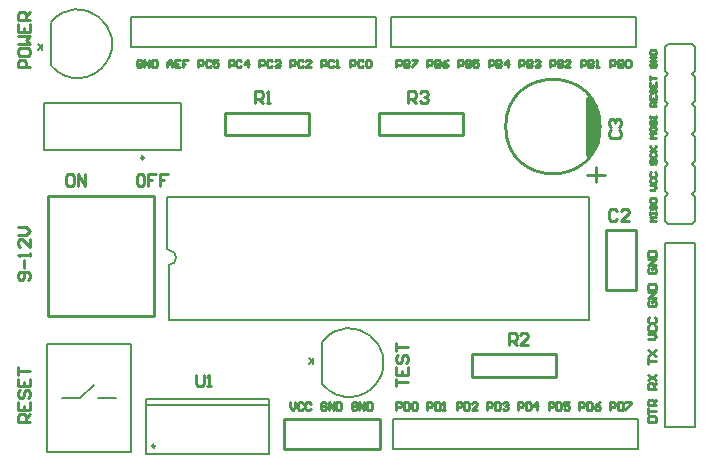
<source format=gto>
G04 Layer_Color=15132400*
%FSLAX43Y43*%
%MOMM*%
G71*
G01*
G75*
%ADD30C,0.254*%
%ADD31C,0.200*%
%ADD32C,0.250*%
%ADD33C,0.203*%
%ADD34C,0.762*%
%ADD35C,0.152*%
D30*
X50250Y29000D02*
G03*
X50250Y29000I-4000J0D01*
G01*
X31604Y1730D02*
Y4270D01*
X23476Y1730D02*
X31604D01*
X23476D02*
Y4270D01*
X31604D01*
X50730Y20270D02*
X53270D01*
X50730Y15190D02*
Y20270D01*
Y15190D02*
X53270D01*
Y20270D01*
X49143Y31413D02*
X49270Y31540D01*
X49143Y26587D02*
X49270Y26460D01*
X49143Y26587D02*
Y31413D01*
Y24936D02*
X50667D01*
X49905Y24301D02*
Y25571D01*
X12500Y12920D02*
Y23080D01*
X3500Y12920D02*
Y23080D01*
X12500D01*
X3500Y12920D02*
X12500D01*
X25596Y28266D02*
Y30171D01*
X18484D02*
X25596D01*
X18484Y28266D02*
Y30171D01*
Y28266D02*
X25596D01*
X38596D02*
Y30171D01*
X31484D02*
X38596D01*
X31484Y28266D02*
Y30171D01*
Y28266D02*
X38596D01*
X39404Y7829D02*
Y9734D01*
Y7829D02*
X46516D01*
Y9734D01*
X39404D02*
X46516D01*
X24000Y5650D02*
Y5217D01*
X24217Y5000D01*
X24433Y5217D01*
Y5650D01*
X25083Y5541D02*
X24975Y5650D01*
X24758D01*
X24650Y5541D01*
Y5108D01*
X24758Y5000D01*
X24975D01*
X25083Y5108D01*
X25733Y5541D02*
X25624Y5650D01*
X25408D01*
X25300Y5541D01*
Y5108D01*
X25408Y5000D01*
X25624D01*
X25733Y5108D01*
X27032Y5541D02*
X26924Y5650D01*
X26707D01*
X26599Y5541D01*
Y5108D01*
X26707Y5000D01*
X26924D01*
X27032Y5108D01*
Y5325D01*
X26816D01*
X27249Y5000D02*
Y5650D01*
X27682Y5000D01*
Y5650D01*
X27899D02*
Y5000D01*
X28224D01*
X28332Y5108D01*
Y5541D01*
X28224Y5650D01*
X27899D01*
X29632Y5541D02*
X29523Y5650D01*
X29307D01*
X29198Y5541D01*
Y5108D01*
X29307Y5000D01*
X29523D01*
X29632Y5108D01*
Y5325D01*
X29415D01*
X29848Y5000D02*
Y5650D01*
X30281Y5000D01*
Y5650D01*
X30498D02*
Y5000D01*
X30823D01*
X30931Y5108D01*
Y5541D01*
X30823Y5650D01*
X30498D01*
X54300Y4000D02*
X55000D01*
Y4350D01*
X54883Y4467D01*
X54417D01*
X54300Y4350D01*
Y4000D01*
Y4700D02*
Y5166D01*
Y4933D01*
X55000D01*
Y5400D02*
X54300D01*
Y5749D01*
X54417Y5866D01*
X54650D01*
X54767Y5749D01*
Y5400D01*
Y5633D02*
X55000Y5866D01*
Y6799D02*
X54300D01*
Y7149D01*
X54417Y7266D01*
X54650D01*
X54767Y7149D01*
Y6799D01*
Y7032D02*
X55000Y7266D01*
X54300Y7499D02*
X55000Y7965D01*
X54300D02*
X55000Y7499D01*
X54300Y8898D02*
Y9365D01*
Y9132D01*
X55000D01*
X54300Y9598D02*
X55000Y10065D01*
X54300D02*
X55000Y9598D01*
X54300Y10998D02*
X54767D01*
X55000Y11231D01*
X54767Y11464D01*
X54300D01*
X54417Y12164D02*
X54300Y12047D01*
Y11814D01*
X54417Y11698D01*
X54883D01*
X55000Y11814D01*
Y12047D01*
X54883Y12164D01*
X54417Y12864D02*
X54300Y12747D01*
Y12514D01*
X54417Y12397D01*
X54883D01*
X55000Y12514D01*
Y12747D01*
X54883Y12864D01*
X54417Y14263D02*
X54300Y14147D01*
Y13913D01*
X54417Y13797D01*
X54883D01*
X55000Y13913D01*
Y14147D01*
X54883Y14263D01*
X54650D01*
Y14030D01*
X55000Y14497D02*
X54300D01*
X55000Y14963D01*
X54300D01*
Y15196D02*
X55000D01*
Y15546D01*
X54883Y15663D01*
X54417D01*
X54300Y15546D01*
Y15196D01*
X54417Y17062D02*
X54300Y16946D01*
Y16713D01*
X54417Y16596D01*
X54883D01*
X55000Y16713D01*
Y16946D01*
X54883Y17062D01*
X54650D01*
Y16829D01*
X55000Y17296D02*
X54300D01*
X55000Y17762D01*
X54300D01*
Y17996D02*
X55000D01*
Y18345D01*
X54883Y18462D01*
X54417D01*
X54300Y18345D01*
Y17996D01*
X55000Y21000D02*
X54450D01*
X54633Y21183D01*
X54450Y21367D01*
X55000D01*
X54450Y21550D02*
Y21733D01*
Y21641D01*
X55000D01*
Y21550D01*
Y21733D01*
X54542Y22375D02*
X54450Y22283D01*
Y22100D01*
X54542Y22008D01*
X54633D01*
X54725Y22100D01*
Y22283D01*
X54817Y22375D01*
X54908D01*
X55000Y22283D01*
Y22100D01*
X54908Y22008D01*
X54450Y22833D02*
Y22649D01*
X54542Y22558D01*
X54908D01*
X55000Y22649D01*
Y22833D01*
X54908Y22924D01*
X54542D01*
X54450Y22833D01*
Y23657D02*
X54817D01*
X55000Y23841D01*
X54817Y24024D01*
X54450D01*
X54542Y24574D02*
X54450Y24482D01*
Y24299D01*
X54542Y24207D01*
X54908D01*
X55000Y24299D01*
Y24482D01*
X54908Y24574D01*
X54542Y25124D02*
X54450Y25032D01*
Y24849D01*
X54542Y24757D01*
X54908D01*
X55000Y24849D01*
Y25032D01*
X54908Y25124D01*
X54542Y26223D02*
X54450Y26132D01*
Y25948D01*
X54542Y25857D01*
X54633D01*
X54725Y25948D01*
Y26132D01*
X54817Y26223D01*
X54908D01*
X55000Y26132D01*
Y25948D01*
X54908Y25857D01*
X54542Y26773D02*
X54450Y26681D01*
Y26498D01*
X54542Y26407D01*
X54908D01*
X55000Y26498D01*
Y26681D01*
X54908Y26773D01*
X54450Y26956D02*
X55000D01*
X54817D01*
X54450Y27323D01*
X54725Y27048D01*
X55000Y27323D01*
Y28056D02*
X54450D01*
X54633Y28239D01*
X54450Y28423D01*
X55000D01*
X54450Y28881D02*
Y28698D01*
X54542Y28606D01*
X54908D01*
X55000Y28698D01*
Y28881D01*
X54908Y28972D01*
X54542D01*
X54450Y28881D01*
X54542Y29522D02*
X54450Y29431D01*
Y29247D01*
X54542Y29156D01*
X54633D01*
X54725Y29247D01*
Y29431D01*
X54817Y29522D01*
X54908D01*
X55000Y29431D01*
Y29247D01*
X54908Y29156D01*
X54450Y29705D02*
Y29889D01*
Y29797D01*
X55000D01*
Y29705D01*
Y29889D01*
Y30714D02*
X54450D01*
Y30988D01*
X54542Y31080D01*
X54725D01*
X54817Y30988D01*
Y30714D01*
Y30897D02*
X55000Y31080D01*
X54450Y31630D02*
Y31263D01*
X55000D01*
Y31630D01*
X54725Y31263D02*
Y31447D01*
X54542Y32180D02*
X54450Y32088D01*
Y31905D01*
X54542Y31813D01*
X54633D01*
X54725Y31905D01*
Y32088D01*
X54817Y32180D01*
X54908D01*
X55000Y32088D01*
Y31905D01*
X54908Y31813D01*
X54450Y32730D02*
Y32363D01*
X55000D01*
Y32730D01*
X54725Y32363D02*
Y32546D01*
X54450Y32913D02*
Y33279D01*
Y33096D01*
X55000D01*
X54542Y34379D02*
X54450Y34287D01*
Y34104D01*
X54542Y34012D01*
X54908D01*
X55000Y34104D01*
Y34287D01*
X54908Y34379D01*
X54725D01*
Y34196D01*
X55000Y34562D02*
X54450D01*
X55000Y34929D01*
X54450D01*
Y35112D02*
X55000D01*
Y35387D01*
X54908Y35479D01*
X54542D01*
X54450Y35387D01*
Y35112D01*
X33000Y5000D02*
Y5650D01*
X33325D01*
X33433Y5541D01*
Y5325D01*
X33325Y5217D01*
X33000D01*
X33650Y5650D02*
Y5000D01*
X33975D01*
X34083Y5108D01*
Y5541D01*
X33975Y5650D01*
X33650D01*
X34300Y5541D02*
X34408Y5650D01*
X34624D01*
X34733Y5541D01*
Y5108D01*
X34624Y5000D01*
X34408D01*
X34300Y5108D01*
Y5541D01*
X35599Y5000D02*
Y5650D01*
X35924D01*
X36032Y5541D01*
Y5325D01*
X35924Y5217D01*
X35599D01*
X36249Y5650D02*
Y5000D01*
X36574D01*
X36682Y5108D01*
Y5541D01*
X36574Y5650D01*
X36249D01*
X36899Y5000D02*
X37115D01*
X37007D01*
Y5650D01*
X36899Y5541D01*
X38090Y5000D02*
Y5650D01*
X38415D01*
X38523Y5541D01*
Y5325D01*
X38415Y5217D01*
X38090D01*
X38740Y5650D02*
Y5000D01*
X39065D01*
X39173Y5108D01*
Y5541D01*
X39065Y5650D01*
X38740D01*
X39823Y5000D02*
X39390D01*
X39823Y5433D01*
Y5541D01*
X39715Y5650D01*
X39498D01*
X39390Y5541D01*
X40689Y5000D02*
Y5650D01*
X41014D01*
X41122Y5541D01*
Y5325D01*
X41014Y5217D01*
X40689D01*
X41339Y5650D02*
Y5000D01*
X41664D01*
X41772Y5108D01*
Y5541D01*
X41664Y5650D01*
X41339D01*
X41989Y5541D02*
X42097Y5650D01*
X42314D01*
X42422Y5541D01*
Y5433D01*
X42314Y5325D01*
X42205D01*
X42314D01*
X42422Y5217D01*
Y5108D01*
X42314Y5000D01*
X42097D01*
X41989Y5108D01*
X43288Y5000D02*
Y5650D01*
X43613D01*
X43722Y5541D01*
Y5325D01*
X43613Y5217D01*
X43288D01*
X43938Y5650D02*
Y5000D01*
X44263D01*
X44371Y5108D01*
Y5541D01*
X44263Y5650D01*
X43938D01*
X44913Y5000D02*
Y5650D01*
X44588Y5325D01*
X45021D01*
X45888Y5000D02*
Y5650D01*
X46212D01*
X46321Y5541D01*
Y5325D01*
X46212Y5217D01*
X45888D01*
X46537Y5650D02*
Y5000D01*
X46862D01*
X46971Y5108D01*
Y5541D01*
X46862Y5650D01*
X46537D01*
X47620D02*
X47187D01*
Y5325D01*
X47404Y5433D01*
X47512D01*
X47620Y5325D01*
Y5108D01*
X47512Y5000D01*
X47295D01*
X47187Y5108D01*
X48487Y5000D02*
Y5650D01*
X48812D01*
X48920Y5541D01*
Y5325D01*
X48812Y5217D01*
X48487D01*
X49136Y5650D02*
Y5000D01*
X49461D01*
X49570Y5108D01*
Y5541D01*
X49461Y5650D01*
X49136D01*
X50219D02*
X50003Y5541D01*
X49786Y5325D01*
Y5108D01*
X49895Y5000D01*
X50111D01*
X50219Y5108D01*
Y5217D01*
X50111Y5325D01*
X49786D01*
X51086Y5000D02*
Y5650D01*
X51411D01*
X51519Y5541D01*
Y5325D01*
X51411Y5217D01*
X51086D01*
X51736Y5650D02*
Y5000D01*
X52061D01*
X52169Y5108D01*
Y5541D01*
X52061Y5650D01*
X51736D01*
X52385D02*
X52819D01*
Y5541D01*
X52385Y5108D01*
Y5000D01*
X11433Y34541D02*
X11325Y34650D01*
X11108D01*
X11000Y34541D01*
Y34108D01*
X11108Y34000D01*
X11325D01*
X11433Y34108D01*
Y34325D01*
X11217D01*
X11650Y34000D02*
Y34650D01*
X12083Y34000D01*
Y34650D01*
X12300D02*
Y34000D01*
X12624D01*
X12733Y34108D01*
Y34541D01*
X12624Y34650D01*
X12300D01*
X13599Y34000D02*
Y34433D01*
X13816Y34650D01*
X14032Y34433D01*
Y34000D01*
Y34325D01*
X13599D01*
X14682Y34650D02*
X14249D01*
Y34000D01*
X14682D01*
X14249Y34325D02*
X14466D01*
X15332Y34650D02*
X14899D01*
Y34325D01*
X15115D01*
X14899D01*
Y34000D01*
X16198D02*
Y34650D01*
X16523D01*
X16632Y34541D01*
Y34325D01*
X16523Y34217D01*
X16198D01*
X17281Y34541D02*
X17173Y34650D01*
X16956D01*
X16848Y34541D01*
Y34108D01*
X16956Y34000D01*
X17173D01*
X17281Y34108D01*
X17931Y34650D02*
X17498D01*
Y34325D01*
X17715Y34433D01*
X17823D01*
X17931Y34325D01*
Y34108D01*
X17823Y34000D01*
X17606D01*
X17498Y34108D01*
X18797Y34000D02*
Y34650D01*
X19122D01*
X19231Y34541D01*
Y34325D01*
X19122Y34217D01*
X18797D01*
X19880Y34541D02*
X19772Y34650D01*
X19556D01*
X19447Y34541D01*
Y34108D01*
X19556Y34000D01*
X19772D01*
X19880Y34108D01*
X20422Y34000D02*
Y34650D01*
X20097Y34325D01*
X20530D01*
X21397Y34000D02*
Y34650D01*
X21722D01*
X21830Y34541D01*
Y34325D01*
X21722Y34217D01*
X21397D01*
X22480Y34541D02*
X22371Y34650D01*
X22155D01*
X22046Y34541D01*
Y34108D01*
X22155Y34000D01*
X22371D01*
X22480Y34108D01*
X22696Y34541D02*
X22805Y34650D01*
X23021D01*
X23129Y34541D01*
Y34433D01*
X23021Y34325D01*
X22913D01*
X23021D01*
X23129Y34217D01*
Y34108D01*
X23021Y34000D01*
X22805D01*
X22696Y34108D01*
X23996Y34000D02*
Y34650D01*
X24321D01*
X24429Y34541D01*
Y34325D01*
X24321Y34217D01*
X23996D01*
X25079Y34541D02*
X24971Y34650D01*
X24754D01*
X24646Y34541D01*
Y34108D01*
X24754Y34000D01*
X24971D01*
X25079Y34108D01*
X25729Y34000D02*
X25295D01*
X25729Y34433D01*
Y34541D01*
X25620Y34650D01*
X25404D01*
X25295Y34541D01*
X26595Y34000D02*
Y34650D01*
X26920D01*
X27028Y34541D01*
Y34325D01*
X26920Y34217D01*
X26595D01*
X27678Y34541D02*
X27570Y34650D01*
X27353D01*
X27245Y34541D01*
Y34108D01*
X27353Y34000D01*
X27570D01*
X27678Y34108D01*
X27895Y34000D02*
X28111D01*
X28003D01*
Y34650D01*
X27895Y34541D01*
X29086Y34000D02*
Y34650D01*
X29411D01*
X29519Y34541D01*
Y34325D01*
X29411Y34217D01*
X29086D01*
X30169Y34541D02*
X30061Y34650D01*
X29844D01*
X29736Y34541D01*
Y34108D01*
X29844Y34000D01*
X30061D01*
X30169Y34108D01*
X30385Y34541D02*
X30494Y34650D01*
X30710D01*
X30819Y34541D01*
Y34108D01*
X30710Y34000D01*
X30494D01*
X30385Y34108D01*
Y34541D01*
X33000Y34000D02*
Y34650D01*
X33325D01*
X33433Y34541D01*
Y34325D01*
X33325Y34217D01*
X33000D01*
X33650Y34650D02*
Y34000D01*
X33975D01*
X34083Y34108D01*
Y34217D01*
X33975Y34325D01*
X33650D01*
X33975D01*
X34083Y34433D01*
Y34541D01*
X33975Y34650D01*
X33650D01*
X34300D02*
X34733D01*
Y34541D01*
X34300Y34108D01*
Y34000D01*
X35599D02*
Y34650D01*
X35924D01*
X36032Y34541D01*
Y34325D01*
X35924Y34217D01*
X35599D01*
X36249Y34650D02*
Y34000D01*
X36574D01*
X36682Y34108D01*
Y34217D01*
X36574Y34325D01*
X36249D01*
X36574D01*
X36682Y34433D01*
Y34541D01*
X36574Y34650D01*
X36249D01*
X37332D02*
X37115Y34541D01*
X36899Y34325D01*
Y34108D01*
X37007Y34000D01*
X37224D01*
X37332Y34108D01*
Y34217D01*
X37224Y34325D01*
X36899D01*
X38198Y34000D02*
Y34650D01*
X38523D01*
X38632Y34541D01*
Y34325D01*
X38523Y34217D01*
X38198D01*
X38848Y34650D02*
Y34000D01*
X39173D01*
X39281Y34108D01*
Y34217D01*
X39173Y34325D01*
X38848D01*
X39173D01*
X39281Y34433D01*
Y34541D01*
X39173Y34650D01*
X38848D01*
X39931D02*
X39498D01*
Y34325D01*
X39715Y34433D01*
X39823D01*
X39931Y34325D01*
Y34108D01*
X39823Y34000D01*
X39606D01*
X39498Y34108D01*
X40797Y34000D02*
Y34650D01*
X41122D01*
X41231Y34541D01*
Y34325D01*
X41122Y34217D01*
X40797D01*
X41447Y34650D02*
Y34000D01*
X41772D01*
X41880Y34108D01*
Y34217D01*
X41772Y34325D01*
X41447D01*
X41772D01*
X41880Y34433D01*
Y34541D01*
X41772Y34650D01*
X41447D01*
X42422Y34000D02*
Y34650D01*
X42097Y34325D01*
X42530D01*
X43397Y34000D02*
Y34650D01*
X43722D01*
X43830Y34541D01*
Y34325D01*
X43722Y34217D01*
X43397D01*
X44046Y34650D02*
Y34000D01*
X44371D01*
X44480Y34108D01*
Y34217D01*
X44371Y34325D01*
X44046D01*
X44371D01*
X44480Y34433D01*
Y34541D01*
X44371Y34650D01*
X44046D01*
X44696Y34541D02*
X44805Y34650D01*
X45021D01*
X45129Y34541D01*
Y34433D01*
X45021Y34325D01*
X44913D01*
X45021D01*
X45129Y34217D01*
Y34108D01*
X45021Y34000D01*
X44805D01*
X44696Y34108D01*
X45996Y34000D02*
Y34650D01*
X46321D01*
X46429Y34541D01*
Y34325D01*
X46321Y34217D01*
X45996D01*
X46646Y34650D02*
Y34000D01*
X46971D01*
X47079Y34108D01*
Y34217D01*
X46971Y34325D01*
X46646D01*
X46971D01*
X47079Y34433D01*
Y34541D01*
X46971Y34650D01*
X46646D01*
X47729Y34000D02*
X47295D01*
X47729Y34433D01*
Y34541D01*
X47620Y34650D01*
X47404D01*
X47295Y34541D01*
X48595Y34000D02*
Y34650D01*
X48920D01*
X49028Y34541D01*
Y34325D01*
X48920Y34217D01*
X48595D01*
X49245Y34650D02*
Y34000D01*
X49570D01*
X49678Y34108D01*
Y34217D01*
X49570Y34325D01*
X49245D01*
X49570D01*
X49678Y34433D01*
Y34541D01*
X49570Y34650D01*
X49245D01*
X49895Y34000D02*
X50111D01*
X50003D01*
Y34650D01*
X49895Y34541D01*
X51086Y34000D02*
Y34650D01*
X51411D01*
X51519Y34541D01*
Y34325D01*
X51411Y34217D01*
X51086D01*
X51736Y34650D02*
Y34000D01*
X52061D01*
X52169Y34108D01*
Y34217D01*
X52061Y34325D01*
X51736D01*
X52061D01*
X52169Y34433D01*
Y34541D01*
X52061Y34650D01*
X51736D01*
X52385Y34541D02*
X52494Y34650D01*
X52710D01*
X52819Y34541D01*
Y34108D01*
X52710Y34000D01*
X52494D01*
X52385Y34108D01*
Y34541D01*
X51666Y21833D02*
X51500Y22000D01*
X51167D01*
X51000Y21833D01*
Y21167D01*
X51167Y21000D01*
X51500D01*
X51666Y21167D01*
X52666Y21000D02*
X52000D01*
X52666Y21666D01*
Y21833D01*
X52500Y22000D01*
X52166D01*
X52000Y21833D01*
X51167Y28666D02*
X51000Y28500D01*
Y28167D01*
X51167Y28000D01*
X51833D01*
X52000Y28167D01*
Y28500D01*
X51833Y28666D01*
X51167Y29000D02*
X51000Y29166D01*
Y29500D01*
X51167Y29666D01*
X51334D01*
X51500Y29500D01*
Y29333D01*
Y29500D01*
X51667Y29666D01*
X51833D01*
X52000Y29500D01*
Y29166D01*
X51833Y29000D01*
X33000Y7000D02*
Y7666D01*
Y7333D01*
X34000D01*
X33000Y8666D02*
Y8000D01*
X34000D01*
Y8666D01*
X33500Y8000D02*
Y8333D01*
X33167Y9666D02*
X33000Y9499D01*
Y9166D01*
X33167Y8999D01*
X33334D01*
X33500Y9166D01*
Y9499D01*
X33667Y9666D01*
X33833D01*
X34000Y9499D01*
Y9166D01*
X33833Y8999D01*
X33000Y9999D02*
Y10665D01*
Y10332D01*
X34000D01*
X2000Y34000D02*
X1000D01*
Y34500D01*
X1167Y34666D01*
X1500D01*
X1667Y34500D01*
Y34000D01*
X1000Y35500D02*
Y35166D01*
X1167Y35000D01*
X1833D01*
X2000Y35166D01*
Y35500D01*
X1833Y35666D01*
X1167D01*
X1000Y35500D01*
Y35999D02*
X2000D01*
X1667Y36333D01*
X2000Y36666D01*
X1000D01*
Y37665D02*
Y36999D01*
X2000D01*
Y37665D01*
X1500Y36999D02*
Y37332D01*
X2000Y37999D02*
X1000D01*
Y38499D01*
X1167Y38665D01*
X1500D01*
X1667Y38499D01*
Y37999D01*
Y38332D02*
X2000Y38665D01*
X1833Y16000D02*
X2000Y16167D01*
Y16500D01*
X1833Y16666D01*
X1167D01*
X1000Y16500D01*
Y16167D01*
X1167Y16000D01*
X1334D01*
X1500Y16167D01*
Y16666D01*
Y17000D02*
Y17666D01*
X2000Y17999D02*
Y18333D01*
Y18166D01*
X1000D01*
X1167Y17999D01*
X2000Y19499D02*
Y18832D01*
X1334Y19499D01*
X1167D01*
X1000Y19332D01*
Y18999D01*
X1167Y18832D01*
X1000Y19832D02*
X1667D01*
X2000Y20165D01*
X1667Y20499D01*
X1000D01*
X21000Y31000D02*
Y32000D01*
X21500D01*
X21666Y31833D01*
Y31500D01*
X21500Y31333D01*
X21000D01*
X21333D02*
X21666Y31000D01*
X22000D02*
X22333D01*
X22166D01*
Y32000D01*
X22000Y31833D01*
X42500Y10500D02*
Y11500D01*
X43000D01*
X43166Y11333D01*
Y11000D01*
X43000Y10833D01*
X42500D01*
X42833D02*
X43166Y10500D01*
X44166D02*
X43500D01*
X44166Y11166D01*
Y11333D01*
X44000Y11500D01*
X43666D01*
X43500Y11333D01*
X34000Y31000D02*
Y32000D01*
X34500D01*
X34666Y31833D01*
Y31500D01*
X34500Y31333D01*
X34000D01*
X34333D02*
X34666Y31000D01*
X35000Y31833D02*
X35166Y32000D01*
X35500D01*
X35666Y31833D01*
Y31666D01*
X35500Y31500D01*
X35333D01*
X35500D01*
X35666Y31333D01*
Y31167D01*
X35500Y31000D01*
X35166D01*
X35000Y31167D01*
X2000Y4000D02*
X1000D01*
Y4500D01*
X1167Y4666D01*
X1500D01*
X1667Y4500D01*
Y4000D01*
Y4333D02*
X2000Y4666D01*
X1000Y5666D02*
Y5000D01*
X2000D01*
Y5666D01*
X1500Y5000D02*
Y5333D01*
X1167Y6666D02*
X1000Y6499D01*
Y6166D01*
X1167Y5999D01*
X1334D01*
X1500Y6166D01*
Y6499D01*
X1667Y6666D01*
X1833D01*
X2000Y6499D01*
Y6166D01*
X1833Y5999D01*
X1000Y7665D02*
Y6999D01*
X2000D01*
Y7665D01*
X1500Y6999D02*
Y7332D01*
X1000Y7999D02*
Y8665D01*
Y8332D01*
X2000D01*
X16000Y8000D02*
Y7167D01*
X16167Y7000D01*
X16500D01*
X16666Y7167D01*
Y8000D01*
X17000Y7000D02*
X17333D01*
X17166D01*
Y8000D01*
X17000Y7833D01*
X5500Y25000D02*
X5167D01*
X5000Y24833D01*
Y24167D01*
X5167Y24000D01*
X5500D01*
X5666Y24167D01*
Y24833D01*
X5500Y25000D01*
X6000Y24000D02*
Y25000D01*
X6666Y24000D01*
Y25000D01*
X11498D02*
X11165D01*
X10998Y24833D01*
Y24167D01*
X11165Y24000D01*
X11498D01*
X11665Y24167D01*
Y24833D01*
X11498Y25000D01*
X12664D02*
X11998D01*
Y24500D01*
X12331D01*
X11998D01*
Y24000D01*
X13664Y25000D02*
X12997D01*
Y24500D01*
X13331D01*
X12997D01*
Y24000D01*
D31*
X13710Y17275D02*
G03*
X13710Y18545I0J635D01*
G01*
X31369Y7328D02*
G03*
X26761Y10844I-2369J1672D01*
G01*
X26772Y7143D02*
G03*
X31470Y7480I2228J1857D01*
G01*
X8369Y34328D02*
G03*
X3761Y37844I-2369J1672D01*
G01*
X3772Y34143D02*
G03*
X8470Y34480I2228J1857D01*
G01*
X55730Y19160D02*
X58270D01*
Y3540D02*
Y19160D01*
X55730Y3540D02*
X58270D01*
X55730D02*
Y19160D01*
X32696Y1730D02*
X53460D01*
Y4270D01*
X32696D02*
X53460D01*
X32696Y1730D02*
Y4270D01*
X10540Y38270D02*
X31304D01*
X10540Y35730D02*
Y38270D01*
Y35730D02*
X31304D01*
Y38270D01*
X32540D02*
X53304D01*
X32540Y35730D02*
Y38270D01*
Y35730D02*
X53304D01*
Y38270D01*
X13730Y12610D02*
X49310D01*
Y23010D01*
X13610D02*
X49310D01*
X13610Y18625D02*
Y23010D01*
X13710Y12645D02*
Y17210D01*
X26714Y7222D02*
Y10778D01*
X3714Y34222D02*
Y37778D01*
X11800Y5400D02*
X22200D01*
X11800Y1300D02*
Y5900D01*
Y1300D02*
X22200D01*
Y5900D01*
X11800D02*
X22200D01*
X3200Y27000D02*
X14800D01*
X3200D02*
Y31000D01*
X14800D01*
Y27000D02*
Y31000D01*
D32*
X12575Y1950D02*
G03*
X12575Y1950I-125J0D01*
G01*
X11625Y26350D02*
G03*
X11625Y26350I-125J0D01*
G01*
D33*
X58016Y35970D02*
X58270Y35716D01*
X55730D02*
X55984Y35970D01*
X58016D01*
X55730Y33684D02*
Y35716D01*
X58270Y33684D02*
Y35716D01*
X58016Y33430D02*
X58270Y33684D01*
X55730D02*
X55984Y33430D01*
X58270Y31144D02*
Y33176D01*
X55730Y31144D02*
Y33176D01*
X58016Y30890D02*
X58270Y31144D01*
X55730D02*
X55984Y30890D01*
X55730Y33176D02*
X55984Y33430D01*
X58016D02*
X58270Y33176D01*
Y28604D02*
Y30636D01*
X55730Y28604D02*
Y30636D01*
X58016Y28350D02*
X58270Y28604D01*
X55730D02*
X55984Y28350D01*
X55730Y30636D02*
X55984Y30890D01*
X58016D02*
X58270Y30636D01*
Y26064D02*
Y28096D01*
X55730Y26064D02*
Y28096D01*
X58016Y25810D02*
X58270Y26064D01*
X55730D02*
X55984Y25810D01*
X55730Y28096D02*
X55984Y28350D01*
X58016D02*
X58270Y28096D01*
X58016Y25810D02*
X58270Y25556D01*
X55730D02*
X55984Y25810D01*
X55730Y23524D02*
X55984Y23270D01*
X55730Y23016D02*
X55984Y23270D01*
X58016D02*
X58270Y23524D01*
X58016Y23270D02*
X58270Y23016D01*
Y20984D02*
Y23016D01*
X55730Y20984D02*
Y23016D01*
Y23524D02*
Y25556D01*
X58270Y23524D02*
Y25556D01*
X55984Y20730D02*
X58016D01*
X55730Y20984D02*
X55984Y20730D01*
X58016D02*
X58270Y20984D01*
D34*
X49778Y27730D02*
Y30270D01*
X49397Y26968D02*
Y31032D01*
D35*
X3444Y10572D02*
X10556D01*
Y1428D02*
Y10572D01*
X3444Y1428D02*
X10556D01*
X3444D02*
Y10572D01*
X7714Y6000D02*
X9286D01*
X6238D02*
X7361Y7123D01*
X4714Y6000D02*
X6238D01*
X3000Y35500D02*
Y36000D01*
Y35833D01*
X2667Y35500D01*
X2917Y35750D01*
X2667Y36000D01*
X25952Y8881D02*
Y9381D01*
Y9214D01*
X25619Y8881D01*
X25869Y9131D01*
X25619Y9381D01*
M02*

</source>
